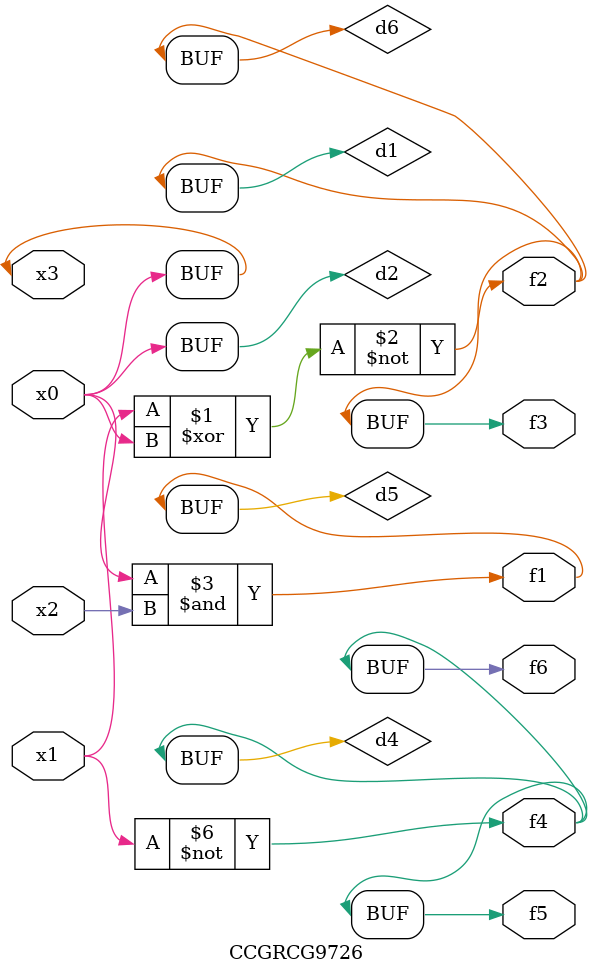
<source format=v>
module CCGRCG9726(
	input x0, x1, x2, x3,
	output f1, f2, f3, f4, f5, f6
);

	wire d1, d2, d3, d4, d5, d6;

	xnor (d1, x1, x3);
	buf (d2, x0, x3);
	nand (d3, x0, x2);
	not (d4, x1);
	nand (d5, d3);
	or (d6, d1);
	assign f1 = d5;
	assign f2 = d6;
	assign f3 = d6;
	assign f4 = d4;
	assign f5 = d4;
	assign f6 = d4;
endmodule

</source>
